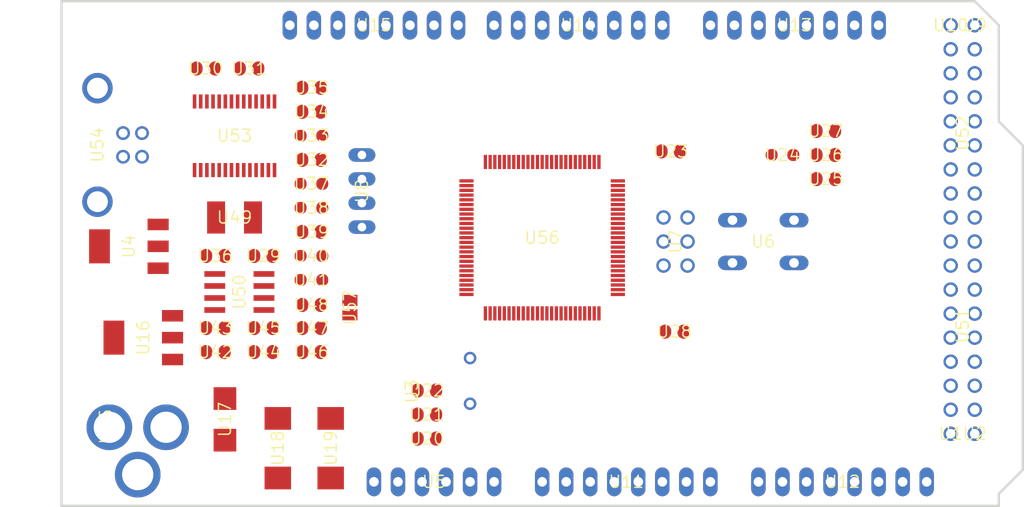
<source format=kicad_pcb>
(kicad_pcb (version 20221018) (generator pcbnew)
  (layers (0 "F.Cu" signal "Top") (31 "B.Cu" signal "Bottom") (34 "B.Paste" user) (35 "F.Paste" user) (36 "B.SilkS" user "B.Silkscreen") (37 "F.SilkS" user "F.Silkscreen") (38 "B.Mask" user) (39 "F.Mask" user) (44 "Edge.Cuts" user))
  (net 0 "")
  (net 1 "+5V")
  (net 2 "GND")
  (net 3 "N$6")
  (net 4 "N$7")
  (net 5 "AREF")
  (net 6 "RESET")
  (net 7 "VIN")
  (net 8 "N$3")
  (net 9 "PWRIN")
  (net 10 "M8RXD")
  (net 11 "M8TXD")
  (net 12 "ADC0")
  (net 13 "ADC2")
  (net 14 "ADC1")
  (net 15 "ADC3")
  (net 16 "ADC4")
  (net 17 "ADC5")
  (net 18 "ADC6")
  (net 19 "ADC7")
  (net 20 "+3V3")
  (net 21 "SDA")
  (net 22 "SCL")
  (net 23 "ADC9")
  (net 24 "ADC8")
  (net 25 "ADC10")
  (net 26 "ADC11")
  (net 27 "ADC12")
  (net 28 "ADC13")
  (net 29 "ADC14")
  (net 30 "ADC15")
  (net 31 "PB3")
  (net 32 "PB2")
  (net 33 "PB1")
  (net 34 "PB5")
  (net 35 "PB4")
  (net 36 "PE5")
  (net 37 "PE4")
  (net 38 "PE3")
  (net 39 "PE1")
  (net 40 "PE0")
  (net 41 "N$15")
  (net 42 "N$53")
  (net 43 "N$54")
  (net 44 "N$55")
  (net 45 "D-")
  (net 46 "D+")
  (net 47 "N$60")
  (net 48 "DTR")
  (net 49 "USBVCC")
  (net 50 "N$2")
  (net 51 "N$4")
  (net 52 "GATE_CMD")
  (net 53 "CMP")
  (net 54 "PB6")
  (net 55 "PH3")
  (net 56 "PH4")
  (net 57 "PH5")
  (net 58 "PH6")
  (net 59 "PG5")
  (net 60 "RXD1")
  (net 61 "TXD1")
  (net 62 "RXD2")
  (net 63 "RXD3")
  (net 64 "TXD2")
  (net 65 "TXD3")
  (net 66 "PC0")
  (net 67 "PC1")
  (net 68 "PC2")
  (net 69 "PC3")
  (net 70 "PC4")
  (net 71 "PC5")
  (net 72 "PC6")
  (net 73 "PC7")
  (net 74 "PB0")
  (net 75 "PG0")
  (net 76 "PG1")
  (net 77 "PG2")
  (net 78 "PD7")
  (net 79 "PA0")
  (net 80 "PA1")
  (net 81 "PA2")
  (net 82 "PA3")
  (net 83 "PA4")
  (net 84 "PA5")
  (net 85 "PA6")
  (net 86 "PA7")
  (net 87 "PL0")
  (net 88 "PL1")
  (net 89 "PL2")
  (net 90 "PL3")
  (net 91 "PL4")
  (net 92 "PL5")
  (net 93 "PL6")
  (net 94 "PL7")
  (net 95 "PB7")
  (net 96 "CTS")
  (net 97 "DSR")
  (net 98 "DCD")
  (net 99 "RI")
  (footprint "Arduino_MEGA_Reference_Design:2X03" (layer "F.Cu") (at 162.5981 103.7336 -90)
    (fp_text reference "U7")
    (fp_text value "")
  )
  (footprint "Arduino_MEGA_Reference_Design:1X08" (layer "F.Cu") (at 152.3111 80.8736 180)
    (fp_text reference "U14")
    (fp_text value "")
  )
  (footprint "Arduino_MEGA_Reference_Design:1X08" (layer "F.Cu") (at 130.7211 80.8736 180)
    (fp_text reference "U15")
    (fp_text value "")
  )
  (footprint "Arduino_MEGA_Reference_Design:SMC_D" (layer "F.Cu") (at 120.5611 125.5776 -90)
    (fp_text reference "U18")
    (fp_text value "")
  )
  (footprint "Arduino_MEGA_Reference_Design:SMC_D" (layer "F.Cu") (at 126.1491 125.5776 -90)
    (fp_text reference "U19")
    (fp_text value "")
  )
  (footprint "Arduino_MEGA_Reference_Design:B3F-10XX" (layer "F.Cu") (at 171.8691 103.7336 180)
    (fp_text reference "U6")
    (fp_text value "")
  )
  (footprint "Arduino_MEGA_Reference_Design:0805RND" (layer "F.Cu") (at 173.9011 94.5896 180)
    (fp_text reference "U24")
    (fp_text value "")
  )
  (footprint "Arduino_MEGA_Reference_Design:SMB" (layer "F.Cu") (at 114.9731 122.5296 -90)
    (fp_text reference "U17")
    (fp_text value "")
  )
  (footprint "Arduino_MEGA_Reference_Design:DC-21MM" (layer "F.Cu") (at 103.0351 123.2916 90)
    (fp_text reference "U55")
    (fp_text value "")
  )
  (footprint "Arduino_MEGA_Reference_Design:HC49_S" (layer "F.Cu") (at 140.8811 118.4656 90)
    (fp_text reference "U3")
    (fp_text value "")
  )
  (footprint "Arduino_MEGA_Reference_Design:SOT223" (layer "F.Cu") (at 106.3371 113.8936 90)
    (fp_text reference "U16")
    (fp_text value "")
  )
  (footprint "Arduino_MEGA_Reference_Design:1X06" (layer "F.Cu") (at 137.0711 129.1336)
    (fp_text reference "U5")
    (fp_text value "")
  )
  (footprint "Arduino_MEGA_Reference_Design:C0805RND" (layer "F.Cu") (at 124.1171 87.4776)
    (fp_text reference "U35")
    (fp_text value "")
  )
  (footprint "Arduino_MEGA_Reference_Design:C0805RND" (layer "F.Cu") (at 162.4711 113.2586)
    (fp_text reference "U28")
    (fp_text value "")
  )
  (footprint "Arduino_MEGA_Reference_Design:C0805RND" (layer "F.Cu") (at 136.3091 122.0216)
    (fp_text reference "U21")
    (fp_text value "")
  )
  (footprint "Arduino_MEGA_Reference_Design:C0805RND" (layer "F.Cu") (at 136.3091 119.4816)
    (fp_text reference "U22")
    (fp_text value "")
  )
  (footprint "Arduino_MEGA_Reference_Design:C0805RND" (layer "F.Cu") (at 113.9571 112.8776)
    (fp_text reference "U43")
    (fp_text value "")
  )
  (footprint "Arduino_MEGA_Reference_Design:RCL_0805RND" (layer "F.Cu") (at 124.1171 105.2576)
    (fp_text reference "U40")
    (fp_text value "")
  )
  (footprint "Arduino_MEGA_Reference_Design:RCL_0805RND" (layer "F.Cu") (at 124.1171 107.7976)
    (fp_text reference "U41")
    (fp_text value "")
  )
  (footprint "Arduino_MEGA_Reference_Design:1X08" (layer "F.Cu") (at 157.3911 129.1336)
    (fp_text reference "U11")
    (fp_text value "")
  )
  (footprint "Arduino_MEGA_Reference_Design:1X08" (layer "F.Cu") (at 175.1711 80.8736 180)
    (fp_text reference "U13")
    (fp_text value "")
  )
  (footprint "Arduino_MEGA_Reference_Design:R0805RND" (layer "F.Cu") (at 178.4731 94.5896 180)
    (fp_text reference "U26")
    (fp_text value "")
  )
  (footprint "Arduino_MEGA_Reference_Design:R0805RND" (layer "F.Cu") (at 178.4731 92.0496 180)
    (fp_text reference "U27")
    (fp_text value "")
  )
  (footprint "Arduino_MEGA_Reference_Design:TQFP100" (layer "F.Cu") (at 148.5011 103.3272)
    (fp_text reference "U56")
    (fp_text value "")
  )
  (footprint "Arduino_MEGA_Reference_Design:C0805RND" (layer "F.Cu") (at 162.0901 94.2086 180)
    (fp_text reference "U23")
    (fp_text value "")
  )
  (footprint "Arduino_MEGA_Reference_Design:C0805RND" (layer "F.Cu") (at 136.3091 124.5616)
    (fp_text reference "U20")
    (fp_text value "")
  )
  (footprint "Arduino_MEGA_Reference_Design:1X08" (layer "F.Cu") (at 180.2511 129.1336)
    (fp_text reference "U12")
    (fp_text value "")
  )
  (footprint "Arduino_MEGA_Reference_Design:R0805RND" (layer "F.Cu") (at 124.1171 112.8776)
    (fp_text reference "U47")
    (fp_text value "")
  )
  (footprint "Arduino_MEGA_Reference_Design:C0805RND" (layer "F.Cu") (at 124.1171 115.4176)
    (fp_text reference "U46")
    (fp_text value "")
  )
  (footprint "Arduino_MEGA_Reference_Design:C0805RND" (layer "F.Cu") (at 113.9571 105.2576)
    (fp_text reference "U36")
    (fp_text value "")
  )
  (footprint "Arduino_MEGA_Reference_Design:C0805RND" (layer "F.Cu") (at 112.9411 85.4456)
    (fp_text reference "U30")
    (fp_text value "")
  )
  (footprint "Arduino_MEGA_Reference_Design:0805RND" (layer "F.Cu") (at 124.1171 100.1776 180)
    (fp_text reference "U38")
    (fp_text value "")
  )
  (footprint "Arduino_MEGA_Reference_Design:0805RND" (layer "F.Cu") (at 124.1171 97.6376 180)
    (fp_text reference "U37")
    (fp_text value "")
  )
  (footprint "Arduino_MEGA_Reference_Design:R0805RND" (layer "F.Cu") (at 124.1171 95.0976)
    (fp_text reference "U32")
    (fp_text value "")
  )
  (footprint "Arduino_MEGA_Reference_Design:R0805RND" (layer "F.Cu") (at 124.1171 102.7176)
    (fp_text reference "U39")
    (fp_text value "")
  )
  (footprint "Arduino_MEGA_Reference_Design:SSOP28" (layer "F.Cu") (at 115.9891 92.5576)
    (fp_text reference "U53")
    (fp_text value "")
  )
  (footprint "Arduino_MEGA_Reference_Design:PN61729" (layer "F.Cu") (at 98.9584 93.5228 -90)
    (fp_text reference "U54")
    (fp_text value "")
  )
  (footprint "Arduino_MEGA_Reference_Design:L1812" (layer "F.Cu") (at 115.9891 101.1936)
    (fp_text reference "U49")
    (fp_text value "")
  )
  (footprint "Arduino_MEGA_Reference_Design:C0805RND" (layer "F.Cu") (at 117.5131 85.4456)
    (fp_text reference "U31")
    (fp_text value "")
  )
  (footprint "Arduino_MEGA_Reference_Design:0805RND" (layer "F.Cu") (at 124.1171 92.5576 180)
    (fp_text reference "U33")
    (fp_text value "")
  )
  (footprint "Arduino_MEGA_Reference_Design:R0805RND" (layer "F.Cu") (at 124.1171 90.0176 180)
    (fp_text reference "U34")
    (fp_text value "")
  )
  (footprint "Arduino_MEGA_Reference_Design:C0805RND" (layer "F.Cu") (at 124.1171 110.4392 180)
    (fp_text reference "U48")
    (fp_text value "")
  )
  (footprint "Arduino_MEGA_Reference_Design:SOT223" (layer "F.Cu") (at 104.8131 104.2416 90)
    (fp_text reference "U4")
    (fp_text value "")
  )
  (footprint "Arduino_MEGA_Reference_Design:SO08" (layer "F.Cu") (at 116.4971 109.0676 -90)
    (fp_text reference "U50")
    (fp_text value "")
  )
  (footprint "Arduino_MEGA_Reference_Design:R0805RND" (layer "F.Cu") (at 113.9571 115.4176 180)
    (fp_text reference "U42")
    (fp_text value "")
  )
  (footprint "Arduino_MEGA_Reference_Design:R0805RND" (layer "F.Cu") (at 119.0371 112.8776 180)
    (fp_text reference "U45")
    (fp_text value "")
  )
  (footprint "Arduino_MEGA_Reference_Design:C0805RND" (layer "F.Cu") (at 119.0371 115.4176 180)
    (fp_text reference "U44")
    (fp_text value "")
  )
  (footprint "Arduino_MEGA_Reference_Design:C0805RND" (layer "F.Cu") (at 119.0371 105.2576)
    (fp_text reference "U29")
    (fp_text value "")
  )
  (footprint "Arduino_MEGA_Reference_Design:2X08" (layer "F.Cu") (at 192.9511 92.3036 90)
    (fp_text reference "U52")
    (fp_text value "")
  )
  (footprint "Arduino_MEGA_Reference_Design:2X08" (layer "F.Cu") (at 192.9511 112.6236 90)
    (fp_text reference "U51")
    (fp_text value "")
  )
  (footprint "Arduino_MEGA_Reference_Design:R0805RND" (layer "F.Cu") (at 178.4731 97.1296 180)
    (fp_text reference "U25")
    (fp_text value "")
  )
  (footprint "Arduino_MEGA_Reference_Design:1X01" (layer "F.Cu") (at 191.6811 80.8736)
    (fp_text reference "U10")
    (fp_text value "")
  )
  (footprint "Arduino_MEGA_Reference_Design:1X01" (layer "F.Cu") (at 194.2211 80.8736)
    (fp_text reference "U9")
    (fp_text value "")
  )
  (footprint "Arduino_MEGA_Reference_Design:1X01" (layer "F.Cu") (at 191.6811 124.0536)
    (fp_text reference "U1")
    (fp_text value "")
  )
  (footprint "Arduino_MEGA_Reference_Design:1X01" (layer "F.Cu") (at 194.2211 124.0536)
    (fp_text reference "U2")
    (fp_text value "")
  )
  (footprint "Arduino_MEGA_Reference_Design:SJ" (layer "F.Cu") (at 128.1811 110.7186 -90)
    (fp_text reference "U57")
    (fp_text value "")
  )
  (footprint "Arduino_MEGA_Reference_Design:JP4" (layer "F.Cu") (at 129.4511 98.3996 -90)
    (fp_text reference "U8")
    (fp_text value "")
  )
  (gr_line (start 196.7611 80.8736) (end 196.7611 91.0336) (stroke (width 0.254)) (layer "Edge.Cuts"))
  (gr_line (start 196.7611 130.4036) (end 196.7611 131.6736) (stroke (width 0.254)) (layer "Edge.Cuts"))
  (gr_line (start 194.2211 78.3336) (end 196.7611 80.8736) (stroke (width 0.254)) (layer "Edge.Cuts"))
  (gr_line (start 97.7011 78.3336) (end 194.2211 78.3336) (stroke (width 0.254)) (layer "Edge.Cuts"))
  (gr_line (start 196.7611 91.0336) (end 199.3011 93.5736) (stroke (width 0.254)) (layer "Edge.Cuts"))
  (gr_line (start 97.7011 131.6736) (end 97.7011 78.3336) (stroke (width 0.254)) (layer "Edge.Cuts"))
  (gr_line (start 196.7611 131.6736) (end 97.7011 131.6736) (stroke (width 0.254)) (layer "Edge.Cuts"))
  (gr_line (start 199.3011 93.5736) (end 199.3011 127.8636) (stroke (width 0.254)) (layer "Edge.Cuts"))
  (gr_line (start 199.3011 127.8636) (end 196.7611 130.4036) (stroke (width 0.254)) (layer "Edge.Cuts"))
)
</source>
